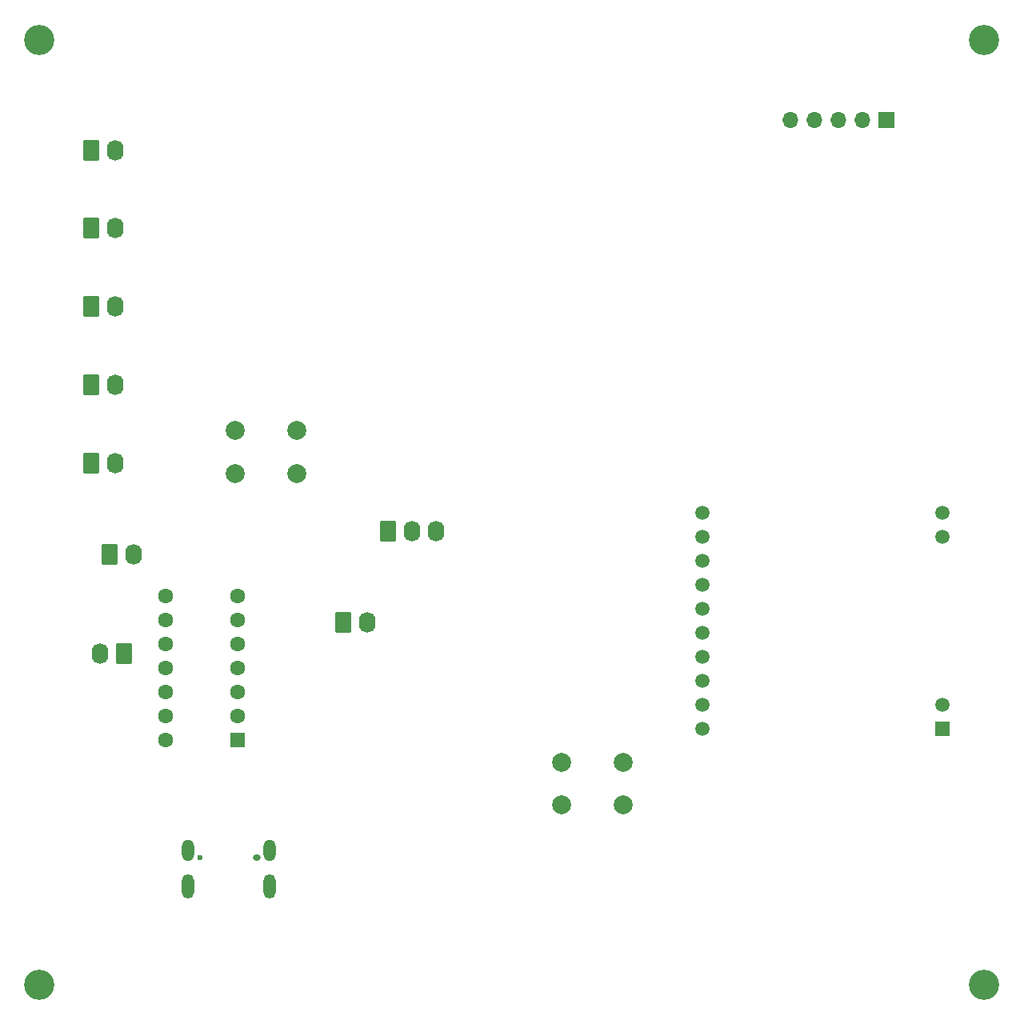
<source format=gbr>
%TF.GenerationSoftware,KiCad,Pcbnew,9.0.0*%
%TF.CreationDate,2025-03-31T12:40:15-05:00*%
%TF.ProjectId,445 Design Document Schematic,34343520-4465-4736-9967-6e20446f6375,rev?*%
%TF.SameCoordinates,Original*%
%TF.FileFunction,Soldermask,Bot*%
%TF.FilePolarity,Negative*%
%FSLAX46Y46*%
G04 Gerber Fmt 4.6, Leading zero omitted, Abs format (unit mm)*
G04 Created by KiCad (PCBNEW 9.0.0) date 2025-03-31 12:40:15*
%MOMM*%
%LPD*%
G01*
G04 APERTURE LIST*
G04 Aperture macros list*
%AMRoundRect*
0 Rectangle with rounded corners*
0 $1 Rounding radius*
0 $2 $3 $4 $5 $6 $7 $8 $9 X,Y pos of 4 corners*
0 Add a 4 corners polygon primitive as box body*
4,1,4,$2,$3,$4,$5,$6,$7,$8,$9,$2,$3,0*
0 Add four circle primitives for the rounded corners*
1,1,$1+$1,$2,$3*
1,1,$1+$1,$4,$5*
1,1,$1+$1,$6,$7*
1,1,$1+$1,$8,$9*
0 Add four rect primitives between the rounded corners*
20,1,$1+$1,$2,$3,$4,$5,0*
20,1,$1+$1,$4,$5,$6,$7,0*
20,1,$1+$1,$6,$7,$8,$9,0*
20,1,$1+$1,$8,$9,$2,$3,0*%
G04 Aperture macros list end*
%ADD10O,1.300000X2.600000*%
%ADD11O,1.300000X2.300000*%
%ADD12O,0.850000X0.600000*%
%ADD13C,0.600000*%
%ADD14RoundRect,0.250000X-0.620000X-0.845000X0.620000X-0.845000X0.620000X0.845000X-0.620000X0.845000X0*%
%ADD15O,1.740000X2.190000*%
%ADD16C,3.200000*%
%ADD17RoundRect,0.250000X0.550000X0.550000X-0.550000X0.550000X-0.550000X-0.550000X0.550000X-0.550000X0*%
%ADD18C,1.600000*%
%ADD19R,1.500000X1.500000*%
%ADD20C,1.500000*%
%ADD21C,2.000000*%
%ADD22R,1.700000X1.700000*%
%ADD23O,1.700000X1.700000*%
%ADD24RoundRect,0.250000X0.620000X0.845000X-0.620000X0.845000X-0.620000X-0.845000X0.620000X-0.845000X0*%
G04 APERTURE END LIST*
D10*
%TO.C,P2*%
X107820000Y-121650000D03*
D11*
X107820000Y-117825000D03*
D10*
X99180000Y-121650000D03*
D11*
X99180000Y-117825000D03*
D12*
X106500000Y-118550000D03*
D13*
X100500000Y-118550000D03*
%TD*%
D14*
%TO.C,J7*%
X115679000Y-93718000D03*
D15*
X118219000Y-93718000D03*
%TD*%
D14*
%TO.C,J5*%
X89000000Y-76815000D03*
D15*
X91540000Y-76815000D03*
%TD*%
D16*
%TO.C,H4*%
X83500000Y-132000000D03*
%TD*%
D14*
%TO.C,J6*%
X120420000Y-84000000D03*
D15*
X122960000Y-84000000D03*
X125500000Y-84000000D03*
%TD*%
D14*
%TO.C,D1*%
X90960000Y-86500000D03*
D15*
X93500000Y-86500000D03*
%TD*%
D17*
%TO.C,U7*%
X104500000Y-106160000D03*
D18*
X104500000Y-103620000D03*
X104500000Y-101080000D03*
X104500000Y-98540000D03*
X104500000Y-96000000D03*
X104500000Y-93460000D03*
X104500000Y-90920000D03*
X96880000Y-90920000D03*
X96880000Y-93460000D03*
X96880000Y-96000000D03*
X96880000Y-98540000D03*
X96880000Y-101080000D03*
X96880000Y-103620000D03*
X96880000Y-106160000D03*
%TD*%
D19*
%TO.C,U8*%
X179057500Y-104930000D03*
D20*
X179057500Y-102390000D03*
X179057500Y-84610000D03*
X179057500Y-82070000D03*
X153657500Y-82070000D03*
X153657500Y-84610000D03*
X153657500Y-87150000D03*
X153657500Y-89690000D03*
X153657500Y-92230000D03*
X153657500Y-94770000D03*
X153657500Y-97310000D03*
X153657500Y-99850000D03*
X153657500Y-102390000D03*
X153657500Y-104930000D03*
%TD*%
D21*
%TO.C,SW1*%
X104250000Y-73400000D03*
X110750000Y-73400000D03*
X104250000Y-77900000D03*
X110750000Y-77900000D03*
%TD*%
D22*
%TO.C,J9*%
X173120000Y-40500000D03*
D23*
X170580000Y-40500000D03*
X168040000Y-40500000D03*
X165500000Y-40500000D03*
X162960000Y-40500000D03*
%TD*%
D16*
%TO.C,H2*%
X83500000Y-32000000D03*
%TD*%
D14*
%TO.C,J3*%
X89000000Y-60198000D03*
D15*
X91540000Y-60198000D03*
%TD*%
D21*
%TO.C,SW2*%
X138750000Y-108500000D03*
X145250000Y-108500000D03*
X138750000Y-113000000D03*
X145250000Y-113000000D03*
%TD*%
D14*
%TO.C,J1*%
X89000000Y-43688000D03*
D15*
X91540000Y-43688000D03*
%TD*%
D14*
%TO.C,J2*%
X89000000Y-51923000D03*
D15*
X91540000Y-51923000D03*
%TD*%
D16*
%TO.C,H3*%
X183500000Y-132000000D03*
%TD*%
%TO.C,H1*%
X183500000Y-32000000D03*
%TD*%
D14*
%TO.C,J4*%
X89000000Y-68560000D03*
D15*
X91540000Y-68560000D03*
%TD*%
D24*
%TO.C,D2*%
X92443000Y-97016000D03*
D15*
X89903000Y-97016000D03*
%TD*%
M02*

</source>
